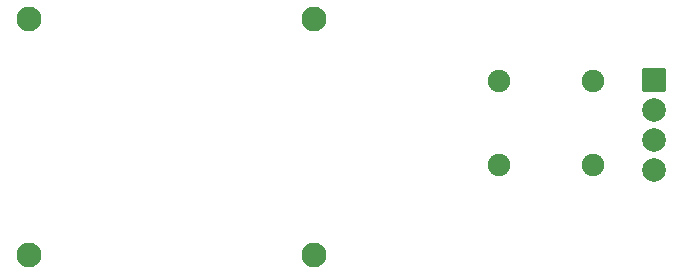
<source format=gbs>
G04 Layer: BottomSolderMaskLayer*
G04 EasyEDA v6.5.15, 2022-08-29 22:19:11*
G04 592b5116d7da4a6aabc300925346990f,ec20ccd4d5364735b5a2b8d176f8c56e,10*
G04 Gerber Generator version 0.2*
G04 Scale: 100 percent, Rotated: No, Reflected: No *
G04 Dimensions in millimeters *
G04 leading zeros omitted , absolute positions ,4 integer and 5 decimal *
%FSLAX45Y45*%
%MOMM*%

%AMMACRO1*1,1,$1,$2,$3*1,1,$1,$4,$5*1,1,$1,0-$2,0-$3*1,1,$1,0-$4,0-$5*20,1,$1,$2,$3,$4,$5,0*20,1,$1,$4,$5,0-$2,0-$3,0*20,1,$1,0-$2,0-$3,0-$4,0-$5,0*20,1,$1,0-$4,0-$5,$2,$3,0*4,1,4,$2,$3,$4,$5,0-$2,0-$3,0-$4,0-$5,$2,$3,0*%
%ADD10C,2.1016*%
%ADD11MACRO1,0.2032X0.9X0.9X0.9X-0.9*%
%ADD12C,2.0032*%
%ADD13C,1.9016*%

%LPD*%
D10*
G01*
X1943100Y10849102D03*
G01*
X1943100Y12849097D03*
G01*
X4356100Y10849102D03*
G01*
X4356100Y12849097D03*
D11*
G01*
X7239000Y12331700D03*
D12*
G01*
X7239000Y12077700D03*
G01*
X7239000Y11823700D03*
G01*
X7239000Y11569700D03*
D13*
G01*
X5924600Y12319000D03*
G01*
X6724599Y12319000D03*
G01*
X5924600Y11607800D03*
G01*
X6724599Y11607800D03*
M02*

</source>
